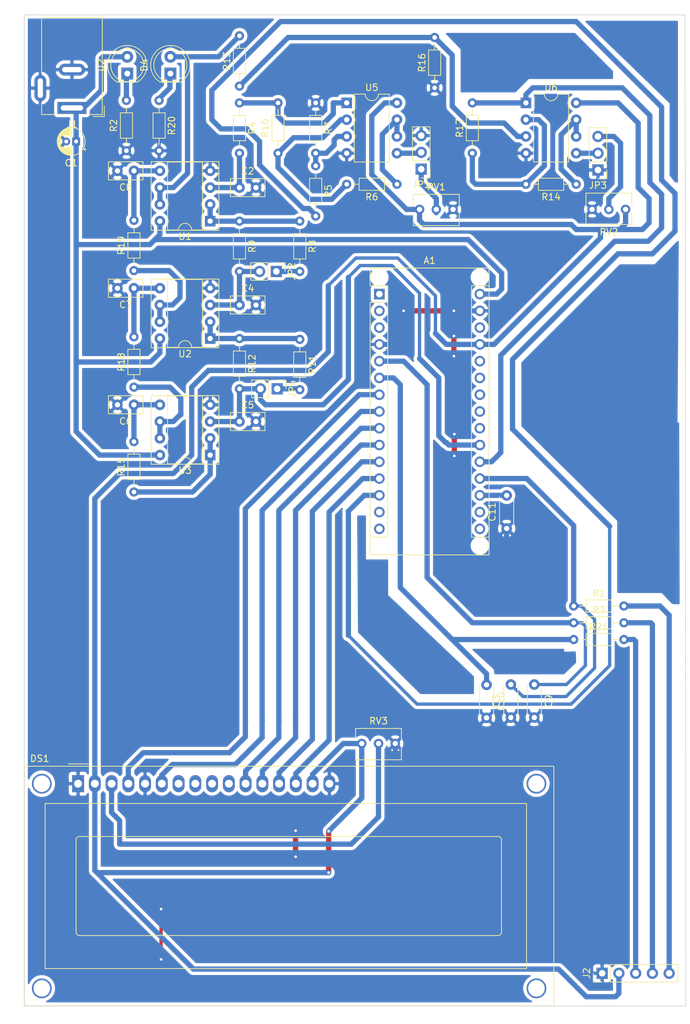
<source format=kicad_pcb>
(kicad_pcb (version 20171130) (host pcbnew "(5.1.12)-1")
  (layers (0 F.Cu signal) (31 B.Cu signal) (34 B.Paste user hide) (35 F.Paste user hide) (36 B.SilkS user hide) (37 F.SilkS user hide) (38 B.Mask user hide) (39 F.Mask user hide) (44 Edge.Cuts user))
  (net 0 "")
  (net 1 ADC1)
  (net 2 GND)
  (net 3 ADC2)
  (net 4 Accion_de_control)
  (net 5 +5V)
  (net 6 "Net-(C2-Pad1)")
  (net 7 "Net-(C4-Pad1)")
  (net 8 "Net-(C6-Pad1)")
  (net 9 "Net-(C7-Pad1)")
  (net 10 "Net-(C8-Pad1)")
  (net 11 +12V)
  (net 12 "Net-(D2-Pad1)")
  (net 13 "Net-(D4-Pad1)")
  (net 14 OUT_P)
  (net 15 "Net-(DS1-Pad3)")
  (net 16 "Net-(JP1-Pad1)")
  (net 17 "Net-(JP1-Pad2)")
  (net 18 "Net-(JP2-Pad1)")
  (net 19 "Net-(JP3-Pad2)")
  (net 20 "Net-(JP4-Pad1)")
  (net 21 IN_P)
  (net 22 "Net-(R5-Pad1)")
  (net 23 "Net-(R6-Pad1)")
  (net 24 "Net-(R10-Pad1)")
  (net 25 "Net-(R8-Pad1)")
  (net 26 "Net-(R11-Pad1)")
  (net 27 "Net-(R13-Pad1)")
  (net 28 "Net-(R14-Pad2)")
  (net 29 "Net-(R14-Pad1)")
  (net 30 "Net-(R15-Pad1)")
  (net 31 "Net-(R18-Pad1)")
  (net 32 "Net-(R19-Pad1)")
  (net 33 CLK)
  (net 34 DT)
  (net 35 D4)
  (net 36 D5)
  (net 37 D6)
  (net 38 D7)
  (net 39 RS)
  (net 40 E)
  (net 41 SWT)
  (net 42 "Net-(JP3-Pad3)")
  (net 43 "Net-(J2-Pad5)")
  (net 44 "Net-(J2-Pad4)")
  (net 45 "Net-(J2-Pad3)")
  (net 46 "Net-(A1-Pad18)")
  (module Capacitor_THT:C_Disc_D4.3mm_W1.9mm_P5.00mm (layer F.Cu) (at 114.681 114.3635 90)
    (fp_text reference C11 (at 2.5 -2.2 90) (layer F.SilkS))
    (fp_text value C)
    (pad 2 thru_hole circle (at 5 0 90) (size 1.6 1.6) (drill 0.8) (layers *.Cu *.Mask) (net 46 "Net-(A1-Pad18)"))
    (pad 1 thru_hole circle (at 0 0 90) (size 1.6 1.6) (drill 0.8) (layers *.Cu *.Mask) (net 2 GND))
  )
  (module Capacitor_THT:C_Disc_D4.3mm_W1.9mm_P5.00mm (layer F.Cu) (at 111.633 138.049 270)
    (fp_text reference C10 (at 2.5 -2.2 90) (layer F.SilkS))
    (fp_text value C)
    (pad 2 thru_hole circle (at 5 0 270) (size 1.6 1.6) (drill 0.8) (layers *.Cu *.Mask) (net 2 GND))
    (pad 1 thru_hole circle (at 0 0 270) (size 1.6 1.6) (drill 0.8) (layers *.Cu *.Mask) (net 41 SWT))
  )
  (module Capacitor_THT:C_Disc_D4.3mm_W1.9mm_P5.00mm (layer F.Cu) (at 118.872 138.002 270)
    (fp_text reference C9 (at 2.5 -2.2 90) (layer F.SilkS))
    (fp_text value C)
    (pad 2 thru_hole circle (at 5 0 270) (size 1.6 1.6) (drill 0.8) (layers *.Cu *.Mask) (net 2 GND))
    (pad 1 thru_hole circle (at 0 0 270) (size 1.6 1.6) (drill 0.8) (layers *.Cu *.Mask) (net 34 DT))
  )
  (module Capacitor_THT:C_Disc_D4.3mm_W1.9mm_P5.00mm (layer F.Cu) (at 115.316 143.002 90)
    (fp_text reference C3 (at 2.5 -2.2 90) (layer F.SilkS))
    (fp_text value C)
    (pad 2 thru_hole circle (at 5 0 90) (size 1.6 1.6) (drill 0.8) (layers *.Cu *.Mask) (net 33 CLK))
    (pad 1 thru_hole circle (at 0 0 90) (size 1.6 1.6) (drill 0.8) (layers *.Cu *.Mask) (net 2 GND))
  )
  (module LED_THT:LED_D5.0mm_Clear (layer F.Cu) (at 63.6905 45.466 90)
    (fp_text reference D4 (at 1.27 -3.96 90) (layer F.SilkS))
    (fp_text value LED)
    (pad 1 thru_hole rect (at 0 0 90) (size 1.8 1.8) (drill 0.9) (layers *.Cu *.Mask) (net 13 "Net-(D4-Pad1)"))
    (pad 2 thru_hole circle (at 2.54 0 90) (size 1.8 1.8) (drill 0.9) (layers *.Cu *.Mask) (net 14 OUT_P))
  )
  (module Display:WC1602A (layer F.Cu) (at 49.6951 153.0223)
    (fp_text reference DS1 (at -5.82 -3.81) (layer F.SilkS))
    (fp_text value Display)
    (pad 1 thru_hole rect (at 0 0) (size 1.8 2.6) (drill 1.2) (layers *.Cu *.Mask) (net 2 GND))
    (pad 2 thru_hole oval (at 2.54 0) (size 1.8 2.6) (drill 1.2) (layers *.Cu *.Mask) (net 5 +5V))
    (pad 3 thru_hole oval (at 5.08 0) (size 1.8 2.6) (drill 1.2) (layers *.Cu *.Mask) (net 15 "Net-(DS1-Pad3)"))
    (pad 4 thru_hole oval (at 7.62 0) (size 1.8 2.6) (drill 1.2) (layers *.Cu *.Mask) (net 39 RS))
    (pad 5 thru_hole oval (at 10.16 0) (size 1.8 2.6) (drill 1.2) (layers *.Cu *.Mask) (net 2 GND))
    (pad 6 thru_hole oval (at 12.7 0) (size 1.8 2.6) (drill 1.2) (layers *.Cu *.Mask) (net 40 E))
    (pad 7 thru_hole oval (at 15.24 0) (size 1.8 2.6) (drill 1.2) (layers *.Cu *.Mask))
    (pad 8 thru_hole oval (at 17.78 0) (size 1.8 2.6) (drill 1.2) (layers *.Cu *.Mask))
    (pad 9 thru_hole oval (at 20.32 0) (size 1.8 2.6) (drill 1.2) (layers *.Cu *.Mask))
    (pad 10 thru_hole oval (at 22.86 0) (size 1.8 2.6) (drill 1.2) (layers *.Cu *.Mask))
    (pad 11 thru_hole oval (at 25.4 0) (size 1.8 2.6) (drill 1.2) (layers *.Cu *.Mask) (net 35 D4))
    (pad 12 thru_hole oval (at 27.94 0) (size 1.8 2.6) (drill 1.2) (layers *.Cu *.Mask) (net 36 D5))
    (pad 13 thru_hole oval (at 30.48 0) (size 1.8 2.6) (drill 1.2) (layers *.Cu *.Mask) (net 37 D6))
    (pad 14 thru_hole oval (at 33.02 0) (size 1.8 2.6) (drill 1.2) (layers *.Cu *.Mask) (net 38 D7))
    (pad 15 thru_hole oval (at 35.56 0) (size 1.8 2.6) (drill 1.2) (layers *.Cu *.Mask) (net 5 +5V))
    (pad 16 thru_hole oval (at 38.1 0) (size 1.8 2.6) (drill 1.2) (layers *.Cu *.Mask) (net 2 GND))
    (pad "" thru_hole circle (at -5.4991 0) (size 3 3) (drill 2.5) (layers *.Cu *.Mask))
    (pad "" thru_hole circle (at -5.4991 31.0007) (size 3 3) (drill 2.5) (layers *.Cu *.Mask))
    (pad "" thru_hole circle (at 69.49948 31.0007) (size 3 3) (drill 2.5) (layers *.Cu *.Mask))
    (pad "" thru_hole circle (at 69.5 0) (size 3 3) (drill 2.5) (layers *.Cu *.Mask))
  )
  (module Resistor_THT:R_Axial_DIN0204_L3.6mm_D1.6mm_P7.62mm_Horizontal (layer F.Cu) (at 103.759 47.625 90)
    (fp_text reference R16 (at 3.81 -1.92 90) (layer F.SilkS))
    (fp_text value 1K)
    (pad 2 thru_hole oval (at 7.62 0 90) (size 1.4 1.4) (drill 0.7) (layers *.Cu *.Mask) (net 27 "Net-(R13-Pad1)"))
    (pad 1 thru_hole circle (at 0 0 90) (size 1.4 1.4) (drill 0.7) (layers *.Cu *.Mask) (net 2 GND))
  )
  (module Resistor_THT:R_Axial_DIN0204_L3.6mm_D1.6mm_P7.62mm_Horizontal (layer F.Cu) (at 74.168 47.371 90)
    (fp_text reference R13 (at 3.81 -1.92 90) (layer F.SilkS))
    (fp_text value 1K)
    (pad 2 thru_hole oval (at 7.62 0 90) (size 1.4 1.4) (drill 0.7) (layers *.Cu *.Mask) (net 14 OUT_P))
    (pad 1 thru_hole circle (at 0 0 90) (size 1.4 1.4) (drill 0.7) (layers *.Cu *.Mask) (net 27 "Net-(R13-Pad1)"))
  )
  (module Package_DIP:DIP-8_W7.62mm_Socket (layer F.Cu) (at 69.723 85.598 180)
    (fp_text reference U2 (at 3.81 -2.33) (layer F.SilkS))
    (fp_text value TL082)
    (pad 1 thru_hole rect (at 0 0 180) (size 1.6 1.6) (drill 0.8) (layers *.Cu *.Mask) (net 26 "Net-(R11-Pad1)"))
    (pad 5 thru_hole oval (at 7.62 7.62 180) (size 1.6 1.6) (drill 0.8) (layers *.Cu *.Mask) (net 9 "Net-(C7-Pad1)"))
    (pad 2 thru_hole oval (at 0 2.54 180) (size 1.6 1.6) (drill 0.8) (layers *.Cu *.Mask) (net 26 "Net-(R11-Pad1)"))
    (pad 6 thru_hole oval (at 7.62 5.08 180) (size 1.6 1.6) (drill 0.8) (layers *.Cu *.Mask) (net 32 "Net-(R19-Pad1)"))
    (pad 3 thru_hole oval (at 0 5.08 180) (size 1.6 1.6) (drill 0.8) (layers *.Cu *.Mask) (net 7 "Net-(C4-Pad1)"))
    (pad 7 thru_hole oval (at 7.62 2.54 180) (size 1.6 1.6) (drill 0.8) (layers *.Cu *.Mask) (net 32 "Net-(R19-Pad1)"))
    (pad 4 thru_hole oval (at 0 7.62 180) (size 1.6 1.6) (drill 0.8) (layers *.Cu *.Mask) (net 2 GND))
    (pad 8 thru_hole oval (at 7.62 0 180) (size 1.6 1.6) (drill 0.8) (layers *.Cu *.Mask) (net 11 +12V))
  )
  (module Connector_PinHeader_2.54mm:PinHeader_1x05_P2.54mm_Vertical (layer F.Cu) (at 129.159 181.737 90)
    (fp_text reference J2 (at 0 -2.33 90) (layer F.SilkS))
    (fp_text value Conn_01x05_Female)
    (pad 5 thru_hole oval (at 0 10.16 90) (size 1.7 1.7) (drill 1) (layers *.Cu *.Mask) (net 43 "Net-(J2-Pad5)"))
    (pad 4 thru_hole oval (at 0 7.62 90) (size 1.7 1.7) (drill 1) (layers *.Cu *.Mask) (net 44 "Net-(J2-Pad4)"))
    (pad 3 thru_hole oval (at 0 5.08 90) (size 1.7 1.7) (drill 1) (layers *.Cu *.Mask) (net 45 "Net-(J2-Pad3)"))
    (pad 2 thru_hole oval (at 0 2.54 90) (size 1.7 1.7) (drill 1) (layers *.Cu *.Mask) (net 5 +5V))
    (pad 1 thru_hole rect (at 0 0 90) (size 1.7 1.7) (drill 1) (layers *.Cu *.Mask) (net 2 GND))
  )
  (module Connector_PinHeader_2.54mm:PinHeader_1x02_P2.54mm_Vertical (layer F.Cu) (at 79.883 93.218 270)
    (fp_text reference JP4 (at 0 -2.33 90) (layer F.SilkS))
    (fp_text value Jumper)
    (pad 2 thru_hole oval (at 0 2.54 270) (size 1.7 1.7) (drill 1) (layers *.Cu *.Mask) (net 3 ADC2))
    (pad 1 thru_hole rect (at 0 0 270) (size 1.7 1.7) (drill 1) (layers *.Cu *.Mask) (net 20 "Net-(JP4-Pad1)"))
  )
  (module Connector_PinHeader_2.54mm:PinHeader_1x03_P2.54mm_Vertical (layer F.Cu) (at 128.524 60.071 180)
    (fp_text reference JP3 (at 0 -2.33) (layer F.SilkS))
    (fp_text value "Ruido a la salida")
    (pad 3 thru_hole oval (at 0 5.08 180) (size 1.7 1.7) (drill 1) (layers *.Cu *.Mask) (net 42 "Net-(JP3-Pad3)"))
    (pad 2 thru_hole oval (at 0 2.54 180) (size 1.7 1.7) (drill 1) (layers *.Cu *.Mask) (net 19 "Net-(JP3-Pad2)"))
    (pad 1 thru_hole rect (at 0 0 180) (size 1.7 1.7) (drill 1) (layers *.Cu *.Mask) (net 2 GND))
  )
  (module Connector_PinHeader_2.54mm:PinHeader_1x02_P2.54mm_Vertical (layer F.Cu) (at 79.756 75.438 270)
    (fp_text reference JP2 (at 0 -2.33 90) (layer F.SilkS))
    (fp_text value Jumper)
    (pad 2 thru_hole oval (at 0 2.54 270) (size 1.7 1.7) (drill 1) (layers *.Cu *.Mask) (net 7 "Net-(C4-Pad1)"))
    (pad 1 thru_hole rect (at 0 0 270) (size 1.7 1.7) (drill 1) (layers *.Cu *.Mask) (net 18 "Net-(JP2-Pad1)"))
  )
  (module Connector_PinHeader_2.54mm:PinHeader_1x03_P2.54mm_Vertical (layer F.Cu) (at 101.727 59.944 180)
    (fp_text reference JP1 (at 0 -2.33) (layer F.SilkS))
    (fp_text value "Ruido de entrada")
    (pad 3 thru_hole oval (at 0 5.08 180) (size 1.7 1.7) (drill 1) (layers *.Cu *.Mask) (net 2 GND))
    (pad 2 thru_hole oval (at 0 2.54 180) (size 1.7 1.7) (drill 1) (layers *.Cu *.Mask) (net 17 "Net-(JP1-Pad2)"))
    (pad 1 thru_hole rect (at 0 0 180) (size 1.7 1.7) (drill 1) (layers *.Cu *.Mask) (net 16 "Net-(JP1-Pad1)"))
  )
  (module Connector_BarrelJack:BarrelJack_Wuerth_6941xx301002 (layer F.Cu) (at 48.768 50.673 180)
    (fp_text reference J1 (at 0 -2.5) (layer F.SilkS))
    (fp_text value Barrel_Jack_Switch_Pin3Ring)
    (pad 3 thru_hole oval (at 4.8 3 270) (size 4 1.8) (drill oval 3 0.8) (layers *.Cu *.Mask) (net 2 GND))
    (pad 2 thru_hole oval (at 0 5.8 180) (size 4 1.8) (drill oval 3 0.8) (layers *.Cu *.Mask) (net 2 GND))
    (pad 1 thru_hole rect (at 0 0 180) (size 4.4 1.8) (drill oval 3.4 0.8) (layers *.Cu *.Mask) (net 11 +12V))
  )
  (module Capacitor_THT:CP_Radial_D4.0mm_P1.50mm (layer F.Cu) (at 49.403 55.753 180)
    (fp_text reference C1 (at 0.75 -3.25) (layer F.SilkS))
    (fp_text value 10uF)
    (pad 2 thru_hole circle (at 1.5 0 180) (size 1.2 1.2) (drill 0.6) (layers *.Cu *.Mask) (net 2 GND))
    (pad 1 thru_hole rect (at 0 0 180) (size 1.2 1.2) (drill 0.6) (layers *.Cu *.Mask) (net 11 +12V))
  )
  (module Module:Arduino_Nano_WithMountingHoles (layer F.Cu) (at 95.377 78.867)
    (fp_text reference A1 (at 7.62 -5.08) (layer F.SilkS))
    (fp_text value Arduino_Nano_v3.x)
    (pad 1 thru_hole rect (at 0 0) (size 1.6 1.6) (drill 1) (layers *.Cu *.Mask))
    (pad 17 thru_hole oval (at 15.24 33.02) (size 1.6 1.6) (drill 1) (layers *.Cu *.Mask))
    (pad 2 thru_hole oval (at 0 2.54) (size 1.6 1.6) (drill 1) (layers *.Cu *.Mask))
    (pad 18 thru_hole oval (at 15.24 30.48) (size 1.6 1.6) (drill 1) (layers *.Cu *.Mask) (net 46 "Net-(A1-Pad18)"))
    (pad 3 thru_hole oval (at 0 5.08) (size 1.6 1.6) (drill 1) (layers *.Cu *.Mask))
    (pad 19 thru_hole oval (at 15.24 27.94) (size 1.6 1.6) (drill 1) (layers *.Cu *.Mask) (net 33 CLK))
    (pad 4 thru_hole oval (at 0 7.62) (size 1.6 1.6) (drill 1) (layers *.Cu *.Mask) (net 2 GND))
    (pad 20 thru_hole oval (at 15.24 25.4) (size 1.6 1.6) (drill 1) (layers *.Cu *.Mask) (net 1 ADC1))
    (pad 5 thru_hole oval (at 0 10.16) (size 1.6 1.6) (drill 1) (layers *.Cu *.Mask) (net 34 DT))
    (pad 21 thru_hole oval (at 15.24 22.86) (size 1.6 1.6) (drill 1) (layers *.Cu *.Mask) (net 3 ADC2))
    (pad 6 thru_hole oval (at 0 12.7) (size 1.6 1.6) (drill 1) (layers *.Cu *.Mask) (net 41 SWT))
    (pad 22 thru_hole oval (at 15.24 20.32) (size 1.6 1.6) (drill 1) (layers *.Cu *.Mask))
    (pad 7 thru_hole oval (at 0 15.24) (size 1.6 1.6) (drill 1) (layers *.Cu *.Mask) (net 39 RS))
    (pad 23 thru_hole oval (at 15.24 17.78) (size 1.6 1.6) (drill 1) (layers *.Cu *.Mask))
    (pad 8 thru_hole oval (at 0 17.78) (size 1.6 1.6) (drill 1) (layers *.Cu *.Mask) (net 40 E))
    (pad 24 thru_hole oval (at 15.24 15.24) (size 1.6 1.6) (drill 1) (layers *.Cu *.Mask))
    (pad 9 thru_hole oval (at 0 20.32) (size 1.6 1.6) (drill 1) (layers *.Cu *.Mask) (net 35 D4))
    (pad 25 thru_hole oval (at 15.24 12.7) (size 1.6 1.6) (drill 1) (layers *.Cu *.Mask))
    (pad 10 thru_hole oval (at 0 22.86) (size 1.6 1.6) (drill 1) (layers *.Cu *.Mask) (net 36 D5))
    (pad 26 thru_hole oval (at 15.24 10.16) (size 1.6 1.6) (drill 1) (layers *.Cu *.Mask))
    (pad 11 thru_hole oval (at 0 25.4) (size 1.6 1.6) (drill 1) (layers *.Cu *.Mask) (net 37 D6))
    (pad 27 thru_hole oval (at 15.24 7.62) (size 1.6 1.6) (drill 1) (layers *.Cu *.Mask) (net 5 +5V))
    (pad 12 thru_hole oval (at 0 27.94) (size 1.6 1.6) (drill 1) (layers *.Cu *.Mask) (net 38 D7))
    (pad 28 thru_hole oval (at 15.24 5.08) (size 1.6 1.6) (drill 1) (layers *.Cu *.Mask))
    (pad 13 thru_hole oval (at 0 30.48) (size 1.6 1.6) (drill 1) (layers *.Cu *.Mask) (net 4 Accion_de_control))
    (pad 29 thru_hole oval (at 15.24 2.54) (size 1.6 1.6) (drill 1) (layers *.Cu *.Mask) (net 2 GND))
    (pad 14 thru_hole oval (at 0 33.02) (size 1.6 1.6) (drill 1) (layers *.Cu *.Mask))
    (pad 30 thru_hole oval (at 15.24 0) (size 1.6 1.6) (drill 1) (layers *.Cu *.Mask) (net 11 +12V))
    (pad 15 thru_hole oval (at 0 35.56) (size 1.6 1.6) (drill 1) (layers *.Cu *.Mask))
    (pad 16 thru_hole oval (at 15.24 35.56) (size 1.6 1.6) (drill 1) (layers *.Cu *.Mask))
    (pad "" np_thru_hole circle (at 0 -2.54) (size 1.78 1.78) (drill 1.78) (layers *.Cu *.Mask))
    (pad "" np_thru_hole circle (at 15.24 -2.54) (size 1.78 1.78) (drill 1.78) (layers *.Cu *.Mask))
    (pad "" np_thru_hole circle (at 15.24 38.1) (size 1.78 1.78) (drill 1.78) (layers *.Cu *.Mask))
    (pad "" np_thru_hole circle (at 0 38.1) (size 1.78 1.78) (drill 1.78) (layers *.Cu *.Mask))
  )
  (module Capacitor_THT:C_Disc_D5.0mm_W2.5mm_P2.50mm (layer F.Cu) (at 74.168 62.738)
    (fp_text reference C2 (at 1.25 -2.5) (layer F.SilkS))
    (fp_text value 100n)
    (pad 1 thru_hole circle (at 0 0) (size 1.6 1.6) (drill 0.8) (layers *.Cu *.Mask) (net 6 "Net-(C2-Pad1)"))
    (pad 2 thru_hole circle (at 2.5 0) (size 1.6 1.6) (drill 0.8) (layers *.Cu *.Mask) (net 2 GND))
  )
  (module Capacitor_THT:C_Disc_D5.0mm_W2.5mm_P2.50mm (layer F.Cu) (at 74.168 80.518)
    (fp_text reference C4 (at 1.25 -2.5) (layer F.SilkS))
    (fp_text value 100n)
    (pad 2 thru_hole circle (at 2.5 0) (size 1.6 1.6) (drill 0.8) (layers *.Cu *.Mask) (net 2 GND))
    (pad 1 thru_hole circle (at 0 0) (size 1.6 1.6) (drill 0.8) (layers *.Cu *.Mask) (net 7 "Net-(C4-Pad1)"))
  )
  (module Capacitor_THT:C_Disc_D5.0mm_W2.5mm_P2.50mm (layer F.Cu) (at 74.168 98.171)
    (fp_text reference C5 (at 1.25 -2.5) (layer F.SilkS))
    (fp_text value 100n)
    (pad 1 thru_hole circle (at 0 0) (size 1.6 1.6) (drill 0.8) (layers *.Cu *.Mask) (net 3 ADC2))
    (pad 2 thru_hole circle (at 2.5 0) (size 1.6 1.6) (drill 0.8) (layers *.Cu *.Mask) (net 2 GND))
  )
  (module Capacitor_THT:C_Disc_D5.0mm_W2.5mm_P2.50mm (layer F.Cu) (at 58.166 95.631 180)
    (fp_text reference C6 (at 1.25 -2.5) (layer F.SilkS))
    (fp_text value 100n)
    (pad 2 thru_hole circle (at 2.5 0 180) (size 1.6 1.6) (drill 0.8) (layers *.Cu *.Mask) (net 2 GND))
    (pad 1 thru_hole circle (at 0 0 180) (size 1.6 1.6) (drill 0.8) (layers *.Cu *.Mask) (net 8 "Net-(C6-Pad1)"))
  )
  (module Capacitor_THT:C_Disc_D5.0mm_W2.5mm_P2.50mm (layer F.Cu) (at 58.166 77.978 180)
    (fp_text reference C7 (at 1.25 -2.5) (layer F.SilkS))
    (fp_text value 100n)
    (pad 1 thru_hole circle (at 0 0 180) (size 1.6 1.6) (drill 0.8) (layers *.Cu *.Mask) (net 9 "Net-(C7-Pad1)"))
    (pad 2 thru_hole circle (at 2.5 0 180) (size 1.6 1.6) (drill 0.8) (layers *.Cu *.Mask) (net 2 GND))
  )
  (module Capacitor_THT:C_Disc_D5.0mm_W2.5mm_P2.50mm (layer F.Cu) (at 58.166 60.198 180)
    (fp_text reference C8 (at 1.25 -2.5) (layer F.SilkS))
    (fp_text value 100n)
    (pad 2 thru_hole circle (at 2.5 0 180) (size 1.6 1.6) (drill 0.8) (layers *.Cu *.Mask) (net 2 GND))
    (pad 1 thru_hole circle (at 0 0 180) (size 1.6 1.6) (drill 0.8) (layers *.Cu *.Mask) (net 10 "Net-(C8-Pad1)"))
  )
  (module LED_THT:LED_D5.0mm_Clear (layer F.Cu) (at 57.15 45.466 90)
    (fp_text reference D2 (at 1.27 -3.96 90) (layer F.SilkS))
    (fp_text value LED)
    (pad 2 thru_hole circle (at 2.54 0 90) (size 1.8 1.8) (drill 0.9) (layers *.Cu *.Mask) (net 11 +12V))
    (pad 1 thru_hole rect (at 0 0 90) (size 1.8 1.8) (drill 0.9) (layers *.Cu *.Mask) (net 12 "Net-(D2-Pad1)"))
  )
  (module Resistor_THT:R_Axial_DIN0204_L3.6mm_D1.6mm_P7.62mm_Horizontal (layer F.Cu) (at 57.023 57.15 90)
    (fp_text reference R2 (at 3.81 -1.92 90) (layer F.SilkS))
    (fp_text value 680)
    (pad 2 thru_hole oval (at 7.62 0 90) (size 1.4 1.4) (drill 0.7) (layers *.Cu *.Mask) (net 12 "Net-(D2-Pad1)"))
    (pad 1 thru_hole circle (at 0 0 90) (size 1.4 1.4) (drill 0.7) (layers *.Cu *.Mask) (net 2 GND))
  )
  (module Resistor_THT:R_Axial_DIN0204_L3.6mm_D1.6mm_P7.62mm_Horizontal (layer F.Cu) (at 74.168 49.911 270)
    (fp_text reference R4 (at 3.81 -1.92 90) (layer F.SilkS))
    (fp_text value 1M)
    (pad 1 thru_hole circle (at 0 0 270) (size 1.4 1.4) (drill 0.7) (layers *.Cu *.Mask) (net 21 IN_P))
    (pad 2 thru_hole oval (at 7.62 0 270) (size 1.4 1.4) (drill 0.7) (layers *.Cu *.Mask) (net 6 "Net-(C2-Pad1)"))
  )
  (module Resistor_THT:R_Axial_DIN0204_L3.6mm_D1.6mm_P7.62mm_Horizontal (layer F.Cu) (at 85.725 59.436 270)
    (fp_text reference R5 (at 3.81 -1.92 90) (layer F.SilkS))
    (fp_text value 1K)
    (pad 1 thru_hole circle (at 0 0 270) (size 1.4 1.4) (drill 0.7) (layers *.Cu *.Mask) (net 22 "Net-(R5-Pad1)"))
    (pad 2 thru_hole oval (at 7.62 0 270) (size 1.4 1.4) (drill 0.7) (layers *.Cu *.Mask) (net 4 Accion_de_control))
  )
  (module Resistor_THT:R_Axial_DIN0204_L3.6mm_D1.6mm_P7.62mm_Horizontal (layer F.Cu) (at 98.044 62.23 180)
    (fp_text reference R6 (at 3.81 -1.92) (layer F.SilkS))
    (fp_text value 1K)
    (pad 1 thru_hole circle (at 0 0 180) (size 1.4 1.4) (drill 0.7) (layers *.Cu *.Mask) (net 23 "Net-(R6-Pad1)"))
    (pad 2 thru_hole oval (at 7.62 0 180) (size 1.4 1.4) (drill 0.7) (layers *.Cu *.Mask) (net 24 "Net-(R10-Pad1)"))
  )
  (module Resistor_THT:R_Axial_DIN0204_L3.6mm_D1.6mm_P7.62mm_Horizontal (layer F.Cu) (at 85.725 49.911 270)
    (fp_text reference R7 (at 3.81 -1.92 90) (layer F.SilkS))
    (fp_text value 1K)
    (pad 2 thru_hole oval (at 7.62 0 270) (size 1.4 1.4) (drill 0.7) (layers *.Cu *.Mask) (net 22 "Net-(R5-Pad1)"))
    (pad 1 thru_hole circle (at 0 0 270) (size 1.4 1.4) (drill 0.7) (layers *.Cu *.Mask) (net 2 GND))
  )
  (module Resistor_THT:R_Axial_DIN0204_L3.6mm_D1.6mm_P7.62mm_Horizontal (layer F.Cu) (at 83.312 67.818 270)
    (fp_text reference R8 (at 3.81 -1.92 90) (layer F.SilkS))
    (fp_text value 10K)
    (pad 2 thru_hole oval (at 7.62 0 270) (size 1.4 1.4) (drill 0.7) (layers *.Cu *.Mask) (net 18 "Net-(JP2-Pad1)"))
    (pad 1 thru_hole circle (at 0 0 270) (size 1.4 1.4) (drill 0.7) (layers *.Cu *.Mask) (net 25 "Net-(R8-Pad1)"))
  )
  (module Resistor_THT:R_Axial_DIN0204_L3.6mm_D1.6mm_P7.62mm_Horizontal (layer F.Cu) (at 74.168 67.818 270)
    (fp_text reference R9 (at 3.81 -1.92 90) (layer F.SilkS))
    (fp_text value 1M)
    (pad 1 thru_hole circle (at 0 0 270) (size 1.4 1.4) (drill 0.7) (layers *.Cu *.Mask) (net 25 "Net-(R8-Pad1)"))
    (pad 2 thru_hole oval (at 7.62 0 270) (size 1.4 1.4) (drill 0.7) (layers *.Cu *.Mask) (net 7 "Net-(C4-Pad1)"))
  )
  (module Resistor_THT:R_Axial_DIN0204_L3.6mm_D1.6mm_P7.62mm_Horizontal (layer F.Cu) (at 80.01 57.531 90)
    (fp_text reference R10 (at 3.81 -1.92 90) (layer F.SilkS))
    (fp_text value 1K)
    (pad 2 thru_hole oval (at 7.62 0 90) (size 1.4 1.4) (drill 0.7) (layers *.Cu *.Mask) (net 21 IN_P))
    (pad 1 thru_hole circle (at 0 0 90) (size 1.4 1.4) (drill 0.7) (layers *.Cu *.Mask) (net 24 "Net-(R10-Pad1)"))
  )
  (module Resistor_THT:R_Axial_DIN0204_L3.6mm_D1.6mm_P7.62mm_Horizontal (layer F.Cu) (at 83.312 85.725 270)
    (fp_text reference R11 (at 3.81 -1.92 90) (layer F.SilkS))
    (fp_text value 100K)
    (pad 1 thru_hole circle (at 0 0 270) (size 1.4 1.4) (drill 0.7) (layers *.Cu *.Mask) (net 26 "Net-(R11-Pad1)"))
    (pad 2 thru_hole oval (at 7.62 0 270) (size 1.4 1.4) (drill 0.7) (layers *.Cu *.Mask) (net 20 "Net-(JP4-Pad1)"))
  )
  (module Resistor_THT:R_Axial_DIN0204_L3.6mm_D1.6mm_P7.62mm_Horizontal (layer F.Cu) (at 74.168 85.598 270)
    (fp_text reference R12 (at 3.81 -1.92 90) (layer F.SilkS))
    (fp_text value 1M)
    (pad 2 thru_hole oval (at 7.62 0 270) (size 1.4 1.4) (drill 0.7) (layers *.Cu *.Mask) (net 3 ADC2))
    (pad 1 thru_hole circle (at 0 0 270) (size 1.4 1.4) (drill 0.7) (layers *.Cu *.Mask) (net 26 "Net-(R11-Pad1)"))
  )
  (module Potentiometer_THT:Potentiometer_Bourns_3266Y_Vertical (layer F.Cu) (at 106.553 66.04)
    (fp_text reference RV1 (at -2.54 -3.41) (layer F.SilkS))
    (fp_text value 10K)
    (pad 1 thru_hole circle (at 0 0) (size 1.44 1.44) (drill 0.8) (layers *.Cu *.Mask) (net 2 GND))
    (pad 2 thru_hole circle (at -2.54 0) (size 1.44 1.44) (drill 0.8) (layers *.Cu *.Mask) (net 16 "Net-(JP1-Pad1)"))
    (pad 3 thru_hole circle (at -5.08 0) (size 1.44 1.44) (drill 0.8) (layers *.Cu *.Mask) (net 5 +5V))
  )
  (module Potentiometer_THT:Potentiometer_Bourns_3266Y_Vertical (layer F.Cu) (at 127.635 66.04 180)
    (fp_text reference RV2 (at -2.54 -3.41) (layer F.SilkS))
    (fp_text value 10K)
    (pad 1 thru_hole circle (at 0 0 180) (size 1.44 1.44) (drill 0.8) (layers *.Cu *.Mask) (net 2 GND))
    (pad 2 thru_hole circle (at -2.54 0 180) (size 1.44 1.44) (drill 0.8) (layers *.Cu *.Mask) (net 42 "Net-(JP3-Pad3)"))
    (pad 3 thru_hole circle (at -5.08 0 180) (size 1.44 1.44) (drill 0.8) (layers *.Cu *.Mask) (net 5 +5V))
  )
  (module Package_DIP:DIP-8_W7.62mm_Socket (layer F.Cu) (at 69.723 67.818 180)
    (fp_text reference U1 (at 3.81 -2.33) (layer F.SilkS))
    (fp_text value TL082)
    (pad 8 thru_hole oval (at 7.62 0 180) (size 1.6 1.6) (drill 0.8) (layers *.Cu *.Mask) (net 11 +12V))
    (pad 4 thru_hole oval (at 0 7.62 180) (size 1.6 1.6) (drill 0.8) (layers *.Cu *.Mask) (net 2 GND))
    (pad 7 thru_hole oval (at 7.62 2.54 180) (size 1.6 1.6) (drill 0.8) (layers *.Cu *.Mask) (net 14 OUT_P))
    (pad 3 thru_hole oval (at 0 5.08 180) (size 1.6 1.6) (drill 0.8) (layers *.Cu *.Mask) (net 6 "Net-(C2-Pad1)"))
    (pad 6 thru_hole oval (at 7.62 5.08 180) (size 1.6 1.6) (drill 0.8) (layers *.Cu *.Mask) (net 14 OUT_P))
    (pad 2 thru_hole oval (at 0 2.54 180) (size 1.6 1.6) (drill 0.8) (layers *.Cu *.Mask) (net 25 "Net-(R8-Pad1)"))
    (pad 5 thru_hole oval (at 7.62 7.62 180) (size 1.6 1.6) (drill 0.8) (layers *.Cu *.Mask) (net 10 "Net-(C8-Pad1)"))
    (pad 1 thru_hole rect (at 0 0 180) (size 1.6 1.6) (drill 0.8) (layers *.Cu *.Mask) (net 25 "Net-(R8-Pad1)"))
  )
  (module Package_DIP:DIP-8_W7.62mm_Socket (layer F.Cu) (at 69.723 103.251 180)
    (fp_text reference U3 (at 3.81 -2.33) (layer F.SilkS))
    (fp_text value TL082)
    (pad 1 thru_hole rect (at 0 0 180) (size 1.6 1.6) (drill 0.8) (layers *.Cu *.Mask) (net 30 "Net-(R15-Pad1)"))
    (pad 5 thru_hole oval (at 7.62 7.62 180) (size 1.6 1.6) (drill 0.8) (layers *.Cu *.Mask) (net 8 "Net-(C6-Pad1)"))
    (pad 2 thru_hole oval (at 0 2.54 180) (size 1.6 1.6) (drill 0.8) (layers *.Cu *.Mask) (net 30 "Net-(R15-Pad1)"))
    (pad 6 thru_hole oval (at 7.62 5.08 180) (size 1.6 1.6) (drill 0.8) (layers *.Cu *.Mask) (net 31 "Net-(R18-Pad1)"))
    (pad 3 thru_hole oval (at 0 5.08 180) (size 1.6 1.6) (drill 0.8) (layers *.Cu *.Mask) (net 3 ADC2))
    (pad 7 thru_hole oval (at 7.62 2.54 180) (size 1.6 1.6) (drill 0.8) (layers *.Cu *.Mask) (net 31 "Net-(R18-Pad1)"))
    (pad 4 thru_hole oval (at 0 7.62 180) (size 1.6 1.6) (drill 0.8) (layers *.Cu *.Mask) (net 2 GND))
    (pad 8 thru_hole oval (at 7.62 0 180) (size 1.6 1.6) (drill 0.8) (layers *.Cu *.Mask) (net 11 +12V))
  )
  (module Potentiometer_THT:Potentiometer_Bourns_3266Y_Vertical (layer F.Cu) (at 97.79 146.939)
    (fp_text reference RV3 (at -2.54 -3.41) (layer F.SilkS))
    (fp_text value 10K)
    (pad 1 thru_hole circle (at 0 0) (size 1.44 1.44) (drill 0.8) (layers *.Cu *.Mask) (net 2 GND))
    (pad 2 thru_hole circle (at -2.54 0) (size 1.44 1.44) (drill 0.8) (layers *.Cu *.Mask) (net 15 "Net-(DS1-Pad3)"))
    (pad 3 thru_hole circle (at -5.08 0) (size 1.44 1.44) (drill 0.8) (layers *.Cu *.Mask) (net 5 +5V))
  )
  (module Resistor_THT:R_Axial_DIN0204_L3.6mm_D1.6mm_P7.62mm_Horizontal (layer F.Cu) (at 125.222 62.23 180)
    (fp_text reference R14 (at 3.81 -1.92) (layer F.SilkS))
    (fp_text value 1K)
    (pad 2 thru_hole oval (at 7.62 0 180) (size 1.4 1.4) (drill 0.7) (layers *.Cu *.Mask) (net 28 "Net-(R14-Pad2)"))
    (pad 1 thru_hole circle (at 0 0 180) (size 1.4 1.4) (drill 0.7) (layers *.Cu *.Mask) (net 29 "Net-(R14-Pad1)"))
  )
  (module Resistor_THT:R_Axial_DIN0204_L3.6mm_D1.6mm_P7.62mm_Horizontal (layer F.Cu) (at 58.166 108.839 90)
    (fp_text reference R15 (at 3.81 -1.92 90) (layer F.SilkS))
    (fp_text value 1M)
    (pad 1 thru_hole circle (at 0 0 90) (size 1.4 1.4) (drill 0.7) (layers *.Cu *.Mask) (net 30 "Net-(R15-Pad1)"))
    (pad 2 thru_hole oval (at 7.62 0 90) (size 1.4 1.4) (drill 0.7) (layers *.Cu *.Mask) (net 8 "Net-(C6-Pad1)"))
  )
  (module Resistor_THT:R_Axial_DIN0204_L3.6mm_D1.6mm_P7.62mm_Horizontal (layer F.Cu) (at 109.474 57.531 90)
    (fp_text reference R17 (at 3.81 -1.92 90) (layer F.SilkS))
    (fp_text value 1K)
    (pad 2 thru_hole oval (at 7.62 0 90) (size 1.4 1.4) (drill 0.7) (layers *.Cu *.Mask) (net 1 ADC1))
    (pad 1 thru_hole circle (at 0 0 90) (size 1.4 1.4) (drill 0.7) (layers *.Cu *.Mask) (net 28 "Net-(R14-Pad2)"))
  )
  (module Resistor_THT:R_Axial_DIN0204_L3.6mm_D1.6mm_P7.62mm_Horizontal (layer F.Cu) (at 58.166 92.964 90)
    (fp_text reference R18 (at 3.81 -1.92 90) (layer F.SilkS))
    (fp_text value 1M)
    (pad 1 thru_hole circle (at 0 0 90) (size 1.4 1.4) (drill 0.7) (layers *.Cu *.Mask) (net 31 "Net-(R18-Pad1)"))
    (pad 2 thru_hole oval (at 7.62 0 90) (size 1.4 1.4) (drill 0.7) (layers *.Cu *.Mask) (net 9 "Net-(C7-Pad1)"))
  )
  (module Resistor_THT:R_Axial_DIN0204_L3.6mm_D1.6mm_P7.62mm_Horizontal (layer F.Cu) (at 58.166 75.311 90)
    (fp_text reference R19 (at 3.81 -1.92 90) (layer F.SilkS))
    (fp_text value 1M)
    (pad 2 thru_hole oval (at 7.62 0 90) (size 1.4 1.4) (drill 0.7) (layers *.Cu *.Mask) (net 10 "Net-(C8-Pad1)"))
    (pad 1 thru_hole circle (at 0 0 90) (size 1.4 1.4) (drill 0.7) (layers *.Cu *.Mask) (net 32 "Net-(R19-Pad1)"))
  )
  (module Resistor_THT:R_Axial_DIN0204_L3.6mm_D1.6mm_P7.62mm_Horizontal (layer F.Cu) (at 61.976 49.53 270)
    (fp_text reference R20 (at 3.81 -1.92 90) (layer F.SilkS))
    (fp_text value 100)
    (pad 1 thru_hole circle (at 0 0 270) (size 1.4 1.4) (drill 0.7) (layers *.Cu *.Mask) (net 13 "Net-(D4-Pad1)"))
    (pad 2 thru_hole oval (at 7.62 0 270) (size 1.4 1.4) (drill 0.7) (layers *.Cu *.Mask) (net 2 GND))
  )
  (module Resistor_THT:R_Axial_DIN0204_L3.6mm_D1.6mm_P7.62mm_Horizontal (layer F.Cu) (at 124.841 126.111)
    (fp_text reference R1 (at 3.81 -1.92) (layer F.SilkS))
    (fp_text value R)
    (pad 1 thru_hole circle (at 0 0) (size 1.4 1.4) (drill 0.7) (layers *.Cu *.Mask) (net 33 CLK))
    (pad 2 thru_hole oval (at 7.62 0) (size 1.4 1.4) (drill 0.7) (layers *.Cu *.Mask) (net 43 "Net-(J2-Pad5)"))
  )
  (module Resistor_THT:R_Axial_DIN0204_L3.6mm_D1.6mm_P7.62mm_Horizontal (layer F.Cu) (at 124.841 128.651)
    (fp_text reference R3 (at 3.81 -1.92) (layer F.SilkS))
    (fp_text value R)
    (pad 2 thru_hole oval (at 7.62 0) (size 1.4 1.4) (drill 0.7) (layers *.Cu *.Mask) (net 44 "Net-(J2-Pad4)"))
    (pad 1 thru_hole circle (at 0 0) (size 1.4 1.4) (drill 0.7) (layers *.Cu *.Mask) (net 34 DT))
  )
  (module Resistor_THT:R_Axial_DIN0204_L3.6mm_D1.6mm_P7.62mm_Horizontal (layer F.Cu) (at 124.841 131.191)
    (fp_text reference R21 (at 3.81 -1.92) (layer F.SilkS))
    (fp_text value R)
    (pad 1 thru_hole circle (at 0 0) (size 1.4 1.4) (drill 0.7) (layers *.Cu *.Mask) (net 41 SWT))
    (pad 2 thru_hole oval (at 7.62 0) (size 1.4 1.4) (drill 0.7) (layers *.Cu *.Mask) (net 45 "Net-(J2-Pad3)"))
  )
  (module Package_DIP:DIP-8_W7.62mm (layer F.Cu) (at 90.424 49.911)
    (fp_text reference U5 (at 3.81 -2.33) (layer F.SilkS))
    (fp_text value TL082)
    (pad 1 thru_hole rect (at 0 0) (size 1.6 1.6) (drill 0.8) (layers *.Cu *.Mask) (net 21 IN_P))
    (pad 5 thru_hole oval (at 7.62 7.62) (size 1.6 1.6) (drill 0.8) (layers *.Cu *.Mask) (net 17 "Net-(JP1-Pad2)"))
    (pad 2 thru_hole oval (at 0 2.54) (size 1.6 1.6) (drill 0.8) (layers *.Cu *.Mask) (net 24 "Net-(R10-Pad1)"))
    (pad 6 thru_hole oval (at 7.62 5.08) (size 1.6 1.6) (drill 0.8) (layers *.Cu *.Mask) (net 23 "Net-(R6-Pad1)"))
    (pad 3 thru_hole oval (at 0 5.08) (size 1.6 1.6) (drill 0.8) (layers *.Cu *.Mask) (net 22 "Net-(R5-Pad1)"))
    (pad 7 thru_hole oval (at 7.62 2.54) (size 1.6 1.6) (drill 0.8) (layers *.Cu *.Mask) (net 23 "Net-(R6-Pad1)"))
    (pad 4 thru_hole oval (at 0 7.62) (size 1.6 1.6) (drill 0.8) (layers *.Cu *.Mask) (net 2 GND))
    (pad 8 thru_hole oval (at 7.62 0) (size 1.6 1.6) (drill 0.8) (layers *.Cu *.Mask) (net 5 +5V))
  )
  (module Package_DIP:DIP-8_W7.62mm (layer F.Cu) (at 117.602 49.911)
    (fp_text reference U6 (at 3.81 -2.33) (layer F.SilkS))
    (fp_text value TL082)
    (pad 8 thru_hole oval (at 7.62 0) (size 1.6 1.6) (drill 0.8) (layers *.Cu *.Mask) (net 5 +5V))
    (pad 4 thru_hole oval (at 0 7.62) (size 1.6 1.6) (drill 0.8) (layers *.Cu *.Mask) (net 2 GND))
    (pad 7 thru_hole oval (at 7.62 2.54) (size 1.6 1.6) (drill 0.8) (layers *.Cu *.Mask) (net 29 "Net-(R14-Pad1)"))
    (pad 3 thru_hole oval (at 0 5.08) (size 1.6 1.6) (drill 0.8) (layers *.Cu *.Mask) (net 27 "Net-(R13-Pad1)"))
    (pad 6 thru_hole oval (at 7.62 5.08) (size 1.6 1.6) (drill 0.8) (layers *.Cu *.Mask) (net 29 "Net-(R14-Pad1)"))
    (pad 2 thru_hole oval (at 0 2.54) (size 1.6 1.6) (drill 0.8) (layers *.Cu *.Mask) (net 28 "Net-(R14-Pad2)"))
    (pad 5 thru_hole oval (at 7.62 7.62) (size 1.6 1.6) (drill 0.8) (layers *.Cu *.Mask) (net 19 "Net-(JP3-Pad2)"))
    (pad 1 thru_hole rect (at 0 0) (size 1.6 1.6) (drill 0.8) (layers *.Cu *.Mask) (net 1 ADC1))
  )
  (gr_line (start 141.732 36.576) (end 141.859 186.69) (layer Edge.Cuts) (width 0.1))
  (gr_line (start 41.529 36.576) (end 141.732 36.576) (layer Edge.Cuts) (width 0.1))
  (gr_line (start 41.529 186.69) (end 41.529 36.576) (layer Edge.Cuts) (width 0.1))
  (gr_line (start 141.859 186.69) (end 41.529 186.69) (layer Edge.Cuts) (width 0.1))
  (segment (start 112.395 49.911) (end 117.602 49.911) (width 0.8) (layer B.Cu) (net 1))
  (segment (start 136.398 51.816) (end 132.207 47.625) (width 0.8) (layer B.Cu) (net 1))
  (segment (start 136.398 61.976) (end 136.398 51.816) (width 0.8) (layer B.Cu) (net 1))
  (segment (start 138.176 63.754) (end 136.398 61.976) (width 0.8) (layer B.Cu) (net 1))
  (segment (start 138.176 68.834) (end 138.176 63.754) (width 0.8) (layer B.Cu) (net 1))
  (segment (start 118.618 47.625) (end 117.602 48.641) (width 0.8) (layer B.Cu) (net 1))
  (segment (start 136.144 70.866) (end 138.176 68.834) (width 0.8) (layer B.Cu) (net 1))
  (segment (start 132.207 47.625) (end 118.618 47.625) (width 0.8) (layer B.Cu) (net 1))
  (segment (start 131.064 70.866) (end 136.144 70.866) (width 0.8) (layer B.Cu) (net 1))
  (segment (start 113.792 88.138) (end 131.064 70.866) (width 0.8) (layer B.Cu) (net 1))
  (segment (start 113.792 102.87) (end 113.792 88.138) (width 0.8) (layer B.Cu) (net 1))
  (segment (start 112.395 104.267) (end 113.792 102.87) (width 0.8) (layer B.Cu) (net 1))
  (segment (start 117.602 48.641) (end 117.602 49.911) (width 0.8) (layer B.Cu) (net 1))
  (segment (start 110.617 104.267) (end 112.395 104.267) (width 0.8) (layer B.Cu) (net 1))
  (segment (start 109.474 49.911) (end 112.395 49.911) (width 0.8) (layer B.Cu) (net 1))
  (via (at 106.68 85.217) (size 0.8) (drill 0.4) (layers F.Cu B.Cu) (net 2))
  (via (at 106.68 88.265) (size 0.8) (drill 0.4) (layers F.Cu B.Cu) (net 2))
  (via (at 106.7435 103.378) (size 0.8) (drill 0.4) (layers F.Cu B.Cu) (net 2))
  (via (at 106.7435 100.076) (size 0.8) (drill 0.4) (layers F.Cu B.Cu) (net 2))
  (via (at 82.677 164.084) (size 0.8) (drill 0.4) (layers F.Cu B.Cu) (net 2))
  (via (at 106.68 81.407) (size 0.8) (drill 0.4) (layers F.Cu B.Cu) (net 2))
  (via (at 99.06 81.407) (size 0.8) (drill 0.4) (layers F.Cu B.Cu) (net 2))
  (segment (start 110.617 81.407) (end 106.68 81.407) (width 0.8) (layer B.Cu) (net 2))
  (segment (start 99.06 81.407) (end 99.06 85.344) (width 0.8) (layer B.Cu) (net 2))
  (segment (start 97.917 86.487) (end 95.377 86.487) (width 0.8) (layer B.Cu) (net 2))
  (segment (start 99.06 85.344) (end 97.917 86.487) (width 0.8) (layer B.Cu) (net 2))
  (segment (start 106.68 81.407) (end 99.06 81.407) (width 0.8) (layer F.Cu) (net 2))
  (segment (start 97.79 146.939) (end 97.79 158.369) (width 0.8) (layer B.Cu) (net 2))
  (segment (start 92.075 164.084) (end 82.677 164.084) (width 0.8) (layer B.Cu) (net 2))
  (segment (start 97.79 158.369) (end 92.075 164.084) (width 0.8) (layer B.Cu) (net 2))
  (via (at 82.677 160.147) (size 0.8) (drill 0.4) (layers F.Cu B.Cu) (net 2))
  (segment (start 82.677 164.084) (end 82.677 160.147) (width 0.8) (layer F.Cu) (net 2))
  (segment (start 114.681 114.3635) (end 114.681 119.126) (width 0.8) (layer B.Cu) (net 2))
  (segment (start 114.681 119.126) (end 113.2205 120.5865) (width 0.8) (layer B.Cu) (net 2))
  (segment (start 113.2205 120.5865) (end 108.204 120.5865) (width 0.8) (layer B.Cu) (net 2))
  (segment (start 106.7435 119.126) (end 106.7435 103.378) (width 0.8) (layer B.Cu) (net 2))
  (segment (start 108.204 120.5865) (end 106.7435 119.126) (width 0.8) (layer B.Cu) (net 2))
  (segment (start 106.7435 88.3285) (end 106.68 88.265) (width 0.8) (layer B.Cu) (net 2))
  (segment (start 106.7435 100.076) (end 106.7435 88.3285) (width 0.8) (layer B.Cu) (net 2))
  (segment (start 106.68 85.217) (end 106.68 81.407) (width 0.8) (layer B.Cu) (net 2))
  (segment (start 106.7435 103.378) (end 106.7435 100.076) (width 0.8) (layer F.Cu) (net 2))
  (segment (start 106.68 88.265) (end 106.68 85.217) (width 0.8) (layer F.Cu) (net 2))
  (via (at 62.2808 172.0088) (size 0.8) (drill 0.4) (layers F.Cu B.Cu) (net 2))
  (via (at 62.2808 179.6288) (size 0.8) (drill 0.4) (layers F.Cu B.Cu) (net 2))
  (segment (start 62.2808 172.0088) (end 62.2808 179.6288) (width 0.5) (layer F.Cu) (net 2))
  (segment (start 74.168 98.171) (end 74.168 93.218) (width 0.8) (layer B.Cu) (net 3))
  (segment (start 74.168 98.171) (end 69.723 98.171) (width 0.8) (layer B.Cu) (net 3))
  (segment (start 77.343 93.218) (end 74.168 93.218) (width 0.8) (layer B.Cu) (net 3))
  (segment (start 77.343 94.869) (end 77.343 93.218) (width 0.8) (layer B.Cu) (net 3))
  (segment (start 78.105 95.631) (end 77.343 94.869) (width 0.8) (layer B.Cu) (net 3))
  (segment (start 90.678 91.821) (end 86.868 95.631) (width 0.8) (layer B.Cu) (net 3))
  (segment (start 105.918 101.727) (end 105.537 101.346) (width 0.8) (layer B.Cu) (net 3))
  (segment (start 86.868 95.631) (end 78.105 95.631) (width 0.8) (layer B.Cu) (net 3))
  (segment (start 110.617 101.727) (end 105.918 101.727) (width 0.8) (layer B.Cu) (net 3))
  (segment (start 90.678 91.821) (end 90.678 76.327) (width 0.8) (layer B.Cu) (net 3))
  (segment (start 105.41 101.346) (end 104.394 100.33) (width 0.8) (layer B.Cu) (net 3))
  (segment (start 105.537 101.346) (end 105.41 101.346) (width 0.8) (layer B.Cu) (net 3))
  (segment (start 104.394 100.33) (end 104.394 91.567) (width 0.8) (layer B.Cu) (net 3))
  (segment (start 104.394 91.567) (end 101.473 88.646) (width 0.8) (layer B.Cu) (net 3))
  (segment (start 101.473 88.646) (end 101.473 78.74) (width 0.5) (layer B.Cu) (net 3))
  (segment (start 101.473 78.74) (end 97.282 74.549) (width 0.5) (layer B.Cu) (net 3))
  (segment (start 92.456 74.549) (end 90.678 76.327) (width 0.5) (layer B.Cu) (net 3))
  (segment (start 97.282 74.549) (end 92.456 74.549) (width 0.5) (layer B.Cu) (net 3))
  (segment (start 115.57 88.773) (end 121.793 82.55) (width 0.8) (layer B.Cu) (net 4))
  (segment (start 95.377 109.347) (end 93.091 109.347) (width 0.8) (layer B.Cu) (net 4))
  (segment (start 90.678 111.76) (end 90.678 130.556) (width 0.8) (layer B.Cu) (net 4))
  (segment (start 93.091 109.347) (end 90.678 111.76) (width 0.8) (layer B.Cu) (net 4))
  (segment (start 121.793 82.55) (end 121.412 82.931) (width 0.8) (layer B.Cu) (net 4))
  (segment (start 131.572 72.771) (end 121.793 82.55) (width 0.8) (layer B.Cu) (net 4))
  (segment (start 136.779 72.771) (end 131.572 72.771) (width 0.8) (layer B.Cu) (net 4))
  (segment (start 140.208 63.627) (end 140.208 69.342) (width 0.8) (layer B.Cu) (net 4))
  (segment (start 125.222 37.592) (end 138.176 50.546) (width 0.8) (layer B.Cu) (net 4))
  (segment (start 77.216 55.753) (end 75.311 53.848) (width 0.8) (layer B.Cu) (net 4))
  (segment (start 75.311 53.848) (end 71.374 53.848) (width 0.8) (layer B.Cu) (net 4))
  (segment (start 71.374 53.848) (end 69.977 52.451) (width 0.8) (layer B.Cu) (net 4))
  (segment (start 140.208 69.342) (end 136.779 72.771) (width 0.8) (layer B.Cu) (net 4))
  (segment (start 69.977 52.451) (end 69.977 48.006) (width 0.8) (layer B.Cu) (net 4))
  (segment (start 77.216 59.309) (end 77.216 55.753) (width 0.8) (layer B.Cu) (net 4))
  (segment (start 69.977 48.006) (end 80.391 37.592) (width 0.8) (layer B.Cu) (net 4))
  (segment (start 80.391 37.592) (end 125.222 37.592) (width 0.8) (layer B.Cu) (net 4))
  (segment (start 138.176 61.595) (end 140.208 63.627) (width 0.8) (layer B.Cu) (net 4))
  (segment (start 138.176 50.546) (end 138.176 61.595) (width 0.8) (layer B.Cu) (net 4))
  (segment (start 115.57 99.314) (end 130.302 114.046) (width 0.8) (layer B.Cu) (net 4))
  (segment (start 115.57 88.773) (end 115.57 99.314) (width 0.8) (layer B.Cu) (net 4))
  (segment (start 130.302 114.046) (end 130.302 135.128) (width 0.5) (layer B.Cu) (net 4))
  (segment (start 130.302 135.128) (end 124.46 140.97) (width 0.5) (layer B.Cu) (net 4))
  (segment (start 101.092 140.97) (end 90.678 130.556) (width 0.5) (layer B.Cu) (net 4))
  (segment (start 124.46 140.97) (end 101.092 140.97) (width 0.5) (layer B.Cu) (net 4))
  (segment (start 85.725 66.929) (end 84.709 65.913) (width 0.8) (layer B.Cu) (net 4))
  (segment (start 83.82 65.913) (end 81.7245 63.8175) (width 0.8) (layer B.Cu) (net 4))
  (segment (start 84.709 65.913) (end 83.82 65.913) (width 0.8) (layer B.Cu) (net 4))
  (segment (start 81.7245 63.8175) (end 77.216 59.309) (width 0.8) (layer B.Cu) (net 4))
  (segment (start 82.423 64.516) (end 81.7245 63.8175) (width 0.8) (layer B.Cu) (net 4))
  (via (at 87.6935 160.2105) (size 0.8) (drill 0.4) (layers F.Cu B.Cu) (net 5))
  (via (at 87.6935 166.497) (size 0.8) (drill 0.4) (layers F.Cu B.Cu) (net 5))
  (segment (start 85.2551 153.0223) (end 85.2551 151.5999) (width 0.8) (layer B.Cu) (net 5))
  (segment (start 85.2551 151.5999) (end 89.916 146.939) (width 0.8) (layer B.Cu) (net 5))
  (segment (start 89.916 146.939) (end 92.71 146.939) (width 0.8) (layer B.Cu) (net 5))
  (segment (start 125.222 49.911) (end 131.572 49.911) (width 0.8) (layer B.Cu) (net 5))
  (segment (start 131.572 49.911) (end 134.62 52.959) (width 0.8) (layer B.Cu) (net 5))
  (segment (start 134.62 52.959) (end 134.62 62.738) (width 0.8) (layer B.Cu) (net 5))
  (segment (start 134.62 62.738) (end 136.271 64.389) (width 0.8) (layer B.Cu) (net 5))
  (segment (start 136.271 64.389) (end 136.271 68.072) (width 0.8) (layer B.Cu) (net 5))
  (segment (start 136.271 68.072) (end 135.255 69.088) (width 0.8) (layer B.Cu) (net 5))
  (segment (start 127.889 69.088) (end 128.905 69.088) (width 0.8) (layer B.Cu) (net 5))
  (segment (start 52.2351 153.0223) (end 52.2351 166.1541) (width 0.8) (layer B.Cu) (net 5))
  (segment (start 52.2351 166.1541) (end 67.183 181.102) (width 0.8) (layer B.Cu) (net 5))
  (segment (start 67.183 181.102) (end 122.555 181.102) (width 0.8) (layer B.Cu) (net 5))
  (segment (start 122.555 181.102) (end 126.746 185.293) (width 0.8) (layer B.Cu) (net 5))
  (segment (start 126.746 185.293) (end 131.191 185.293) (width 0.8) (layer B.Cu) (net 5))
  (segment (start 131.699 184.785) (end 131.699 181.737) (width 0.8) (layer B.Cu) (net 5))
  (segment (start 131.191 185.293) (end 131.699 184.785) (width 0.8) (layer B.Cu) (net 5))
  (segment (start 128.905 70.358) (end 128.905 69.088) (width 0.8) (layer B.Cu) (net 5))
  (segment (start 112.776 86.487) (end 128.905 70.358) (width 0.8) (layer B.Cu) (net 5))
  (segment (start 110.617 86.487) (end 112.776 86.487) (width 0.8) (layer B.Cu) (net 5))
  (segment (start 132.715 68.199) (end 131.826 69.088) (width 0.8) (layer B.Cu) (net 5))
  (segment (start 132.715 66.04) (end 132.715 68.199) (width 0.8) (layer B.Cu) (net 5))
  (segment (start 131.826 69.088) (end 127.889 69.088) (width 0.8) (layer B.Cu) (net 5))
  (segment (start 135.255 69.088) (end 131.826 69.088) (width 0.8) (layer B.Cu) (net 5))
  (segment (start 127.889 69.088) (end 125.222 69.088) (width 0.8) (layer B.Cu) (net 5))
  (segment (start 125.222 69.088) (end 124.46 68.326) (width 0.8) (layer B.Cu) (net 5))
  (segment (start 124.46 68.326) (end 102.108 68.326) (width 0.8) (layer B.Cu) (net 5))
  (segment (start 101.473 67.691) (end 101.473 66.04) (width 0.8) (layer B.Cu) (net 5))
  (segment (start 102.108 68.326) (end 101.473 67.691) (width 0.8) (layer B.Cu) (net 5))
  (segment (start 52.2351 109.8169) (end 52.2351 153.0223) (width 0.8) (layer B.Cu) (net 5))
  (segment (start 56.007 106.045) (end 52.2351 109.8169) (width 0.8) (layer B.Cu) (net 5))
  (segment (start 110.617 86.487) (end 105.537 86.487) (width 0.8) (layer B.Cu) (net 5))
  (segment (start 69.469 90.424) (end 66.929 92.964) (width 0.8) (layer B.Cu) (net 5))
  (segment (start 66.929 92.964) (end 66.929 103.251) (width 0.8) (layer B.Cu) (net 5))
  (segment (start 105.537 86.487) (end 103.886 84.836) (width 0.8) (layer B.Cu) (net 5))
  (segment (start 87.63 87.63) (end 84.836 90.424) (width 0.8) (layer B.Cu) (net 5))
  (segment (start 84.836 90.424) (end 69.469 90.424) (width 0.8) (layer B.Cu) (net 5))
  (segment (start 66.929 103.251) (end 64.135 106.045) (width 0.8) (layer B.Cu) (net 5))
  (segment (start 64.135 106.045) (end 56.007 106.045) (width 0.8) (layer B.Cu) (net 5))
  (segment (start 103.886 84.836) (end 103.886 79.121) (width 0.5) (layer B.Cu) (net 5))
  (segment (start 103.886 79.121) (end 98.171 73.406) (width 0.5) (layer B.Cu) (net 5))
  (segment (start 91.821 73.406) (end 87.63 77.597) (width 0.5) (layer B.Cu) (net 5))
  (segment (start 98.171 73.406) (end 91.821 73.406) (width 0.5) (layer B.Cu) (net 5))
  (segment (start 87.63 77.597) (end 87.63 87.63) (width 0.8) (layer B.Cu) (net 5))
  (segment (start 101.473 66.04) (end 99.5045 66.04) (width 0.8) (layer B.Cu) (net 5))
  (segment (start 99.5045 66.04) (end 94.234 60.7695) (width 0.8) (layer B.Cu) (net 5))
  (segment (start 94.234 60.7695) (end 94.234 51.8795) (width 0.8) (layer B.Cu) (net 5))
  (segment (start 96.2025 49.911) (end 98.044 49.911) (width 0.8) (layer B.Cu) (net 5))
  (segment (start 94.234 51.8795) (end 96.2025 49.911) (width 0.8) (layer B.Cu) (net 5))
  (segment (start 92.71 155.194) (end 92.71 146.939) (width 0.8) (layer B.Cu) (net 5))
  (segment (start 87.6935 160.2105) (end 92.71 155.194) (width 0.8) (layer B.Cu) (net 5))
  (segment (start 52.578 166.497) (end 52.2351 166.1541) (width 0.8) (layer B.Cu) (net 5))
  (segment (start 87.6935 166.497) (end 52.578 166.497) (width 0.8) (layer B.Cu) (net 5))
  (segment (start 87.6935 166.497) (end 87.6935 160.2105) (width 0.8) (layer F.Cu) (net 5))
  (segment (start 74.168 57.658) (end 74.168 62.738) (width 0.8) (layer B.Cu) (net 6))
  (segment (start 74.168 62.738) (end 69.723 62.738) (width 0.8) (layer B.Cu) (net 6))
  (segment (start 74.168 75.438) (end 74.168 80.518) (width 0.8) (layer B.Cu) (net 7))
  (segment (start 74.168 80.518) (end 69.723 80.518) (width 0.8) (layer B.Cu) (net 7))
  (segment (start 74.168 75.438) (end 77.216 75.438) (width 0.8) (layer B.Cu) (net 7))
  (segment (start 58.166 95.631) (end 62.103 95.631) (width 0.8) (layer B.Cu) (net 8))
  (segment (start 58.166 101.219) (end 58.166 95.631) (width 0.8) (layer B.Cu) (net 8))
  (segment (start 58.166 77.978) (end 62.103 77.978) (width 0.8) (layer B.Cu) (net 9))
  (segment (start 58.166 85.344) (end 58.166 77.978) (width 0.8) (layer B.Cu) (net 9))
  (segment (start 58.166 67.691) (end 58.166 60.198) (width 0.8) (layer B.Cu) (net 10))
  (segment (start 58.166 60.198) (end 62.103 60.198) (width 0.8) (layer B.Cu) (net 10))
  (segment (start 49.403 51.308) (end 48.768 50.673) (width 0.8) (layer B.Cu) (net 11))
  (segment (start 49.403 55.753) (end 49.403 51.308) (width 0.8) (layer B.Cu) (net 11))
  (segment (start 48.768 50.673) (end 50.546 50.673) (width 0.8) (layer B.Cu) (net 11))
  (segment (start 50.546 50.673) (end 53.213 48.006) (width 0.8) (layer B.Cu) (net 11))
  (segment (start 62.103 103.251) (end 52.959 103.251) (width 0.8) (layer B.Cu) (net 11))
  (segment (start 52.959 103.251) (end 49.403 99.695) (width 0.8) (layer B.Cu) (net 11))
  (segment (start 62.103 67.818) (end 62.103 69.85) (width 0.8) (layer B.Cu) (net 11))
  (segment (start 49.403 71.374) (end 49.403 55.753) (width 0.8) (layer B.Cu) (net 11))
  (segment (start 62.103 85.598) (end 62.103 87.757) (width 0.8) (layer B.Cu) (net 11))
  (segment (start 60.706 89.154) (end 49.403 89.154) (width 0.8) (layer B.Cu) (net 11))
  (segment (start 62.103 87.757) (end 60.706 89.154) (width 0.8) (layer B.Cu) (net 11))
  (segment (start 49.403 89.154) (end 49.403 71.374) (width 0.8) (layer B.Cu) (net 11))
  (segment (start 49.403 99.695) (end 49.403 89.154) (width 0.8) (layer B.Cu) (net 11))
  (segment (start 59.817 71.374) (end 49.403 71.374) (width 0.8) (layer B.Cu) (net 11))
  (segment (start 60.579 71.374) (end 59.817 71.374) (width 0.8) (layer B.Cu) (net 11))
  (segment (start 61.4045 70.5485) (end 60.579 71.374) (width 0.8) (layer B.Cu) (net 11))
  (segment (start 62.103 69.85) (end 61.4045 70.5485) (width 0.8) (layer B.Cu) (net 11))
  (segment (start 61.468 70.612) (end 61.4045 70.5485) (width 0.8) (layer B.Cu) (net 11))
  (segment (start 110.617 78.867) (end 113.157 78.867) (width 0.8) (layer B.Cu) (net 11))
  (segment (start 113.157 78.867) (end 113.919 78.105) (width 0.8) (layer B.Cu) (net 11))
  (segment (start 113.919 75.692) (end 108.839 70.612) (width 0.8) (layer B.Cu) (net 11))
  (segment (start 113.919 78.105) (end 113.919 75.692) (width 0.8) (layer B.Cu) (net 11))
  (segment (start 108.839 70.612) (end 61.468 70.612) (width 0.8) (layer B.Cu) (net 11))
  (segment (start 57.15 42.926) (end 53.467 42.926) (width 0.8) (layer B.Cu) (net 11))
  (segment (start 53.213 43.18) (end 53.213 48.006) (width 0.8) (layer B.Cu) (net 11))
  (segment (start 53.467 42.926) (end 53.213 43.18) (width 0.8) (layer B.Cu) (net 11))
  (segment (start 57.023 45.593) (end 57.15 45.466) (width 0.8) (layer B.Cu) (net 12))
  (segment (start 57.023 49.53) (end 57.023 45.593) (width 0.8) (layer B.Cu) (net 12))
  (segment (start 63.627 47.625) (end 63.627 45.466) (width 0.8) (layer B.Cu) (net 13))
  (segment (start 61.722 49.53) (end 63.627 47.625) (width 0.8) (layer B.Cu) (net 13))
  (segment (start 62.103 62.738) (end 62.103 65.278) (width 0.8) (layer B.Cu) (net 14))
  (segment (start 62.103 62.738) (end 64.135 62.738) (width 0.8) (layer B.Cu) (net 14))
  (segment (start 64.135 62.738) (end 66.294 60.579) (width 0.8) (layer B.Cu) (net 14))
  (segment (start 70.993 42.926) (end 74.168 39.751) (width 0.8) (layer B.Cu) (net 14))
  (segment (start 66.294 43.18) (end 66.04 42.926) (width 0.8) (layer B.Cu) (net 14))
  (segment (start 66.294 60.579) (end 66.294 43.18) (width 0.8) (layer B.Cu) (net 14))
  (segment (start 66.04 42.926) (end 70.993 42.926) (width 0.8) (layer B.Cu) (net 14))
  (segment (start 63.627 42.926) (end 66.04 42.926) (width 0.8) (layer B.Cu) (net 14))
  (segment (start 91.1225 162.179) (end 95.25 158.0515) (width 0.8) (layer B.Cu) (net 15))
  (segment (start 56.007 162.179) (end 91.1225 162.179) (width 0.8) (layer B.Cu) (net 15))
  (segment (start 56.007 158.623) (end 56.007 162.179) (width 0.8) (layer B.Cu) (net 15))
  (segment (start 95.25 158.0515) (end 95.25 152.781) (width 0.8) (layer B.Cu) (net 15))
  (segment (start 54.7751 157.3911) (end 56.007 158.623) (width 0.8) (layer B.Cu) (net 15))
  (segment (start 95.25 152.781) (end 95.25 146.939) (width 0.8) (layer B.Cu) (net 15))
  (segment (start 54.7751 153.0223) (end 54.7751 157.3911) (width 0.8) (layer B.Cu) (net 15))
  (segment (start 101.727 59.944) (end 101.727 62.103) (width 0.8) (layer B.Cu) (net 16))
  (segment (start 104.013 64.389) (end 104.013 66.548) (width 0.8) (layer B.Cu) (net 16))
  (segment (start 101.727 62.103) (end 104.013 64.389) (width 0.8) (layer B.Cu) (net 16))
  (segment (start 101.6 57.531) (end 101.727 57.404) (width 0.8) (layer B.Cu) (net 17))
  (segment (start 98.044 57.531) (end 101.6 57.531) (width 0.8) (layer B.Cu) (net 17))
  (segment (start 79.756 75.438) (end 83.312 75.438) (width 0.8) (layer B.Cu) (net 18))
  (segment (start 125.222 57.531) (end 128.778 57.531) (width 0.8) (layer B.Cu) (net 19))
  (segment (start 83.185 93.218) (end 83.312 93.345) (width 0.8) (layer B.Cu) (net 20))
  (segment (start 79.883 93.218) (end 83.185 93.218) (width 0.8) (layer B.Cu) (net 20))
  (segment (start 80.01 49.911) (end 74.168 49.911) (width 0.8) (layer B.Cu) (net 21))
  (segment (start 90.424 49.911) (end 88.392 49.911) (width 0.8) (layer B.Cu) (net 21))
  (segment (start 88.392 49.911) (end 88.392 51.562) (width 0.8) (layer B.Cu) (net 21))
  (segment (start 88.392 51.562) (end 86.995 52.959) (width 0.8) (layer B.Cu) (net 21))
  (segment (start 86.995 52.959) (end 81.026 52.959) (width 0.8) (layer B.Cu) (net 21))
  (segment (start 80.01 51.943) (end 80.01 49.911) (width 0.8) (layer B.Cu) (net 21))
  (segment (start 81.026 52.959) (end 80.01 51.943) (width 0.8) (layer B.Cu) (net 21))
  (segment (start 85.725 59.309) (end 85.725 57.531) (width 0.8) (layer B.Cu) (net 22))
  (segment (start 85.725 57.531) (end 87.3125 57.531) (width 0.8) (layer B.Cu) (net 22))
  (segment (start 87.3125 57.531) (end 88.519 56.3245) (width 0.8) (layer B.Cu) (net 22))
  (segment (start 88.519 56.3245) (end 88.519 55.499) (width 0.8) (layer B.Cu) (net 22))
  (segment (start 89.027 54.991) (end 90.424 54.991) (width 0.8) (layer B.Cu) (net 22))
  (segment (start 88.519 55.499) (end 89.027 54.991) (width 0.8) (layer B.Cu) (net 22))
  (segment (start 98.044 54.991) (end 98.044 52.451) (width 0.8) (layer B.Cu) (net 23))
  (segment (start 98.044 62.23) (end 95.8215 60.0075) (width 0.8) (layer B.Cu) (net 23))
  (segment (start 95.8215 54.6735) (end 98.044 52.451) (width 0.8) (layer B.Cu) (net 23))
  (segment (start 95.8215 60.0075) (end 95.8215 54.6735) (width 0.8) (layer B.Cu) (net 23))
  (segment (start 90.424 62.23) (end 88.138 64.516) (width 0.8) (layer B.Cu) (net 24))
  (segment (start 88.138 64.516) (end 84.836 64.516) (width 0.8) (layer B.Cu) (net 24))
  (segment (start 80.01 59.69) (end 80.01 57.531) (width 0.8) (layer B.Cu) (net 24))
  (segment (start 84.836 64.516) (end 80.01 59.69) (width 0.8) (layer B.Cu) (net 24))
  (segment (start 90.424 52.451) (end 89.535 52.451) (width 0.8) (layer B.Cu) (net 24))
  (segment (start 89.535 52.451) (end 86.8045 55.1815) (width 0.8) (layer B.Cu) (net 24))
  (segment (start 82.3595 55.1815) (end 80.01 57.531) (width 0.8) (layer B.Cu) (net 24))
  (segment (start 86.8045 55.1815) (end 82.3595 55.1815) (width 0.8) (layer B.Cu) (net 24))
  (segment (start 69.723 65.278) (end 69.723 67.818) (width 0.8) (layer B.Cu) (net 25))
  (segment (start 69.723 67.818) (end 74.168 67.818) (width 0.8) (layer B.Cu) (net 25))
  (segment (start 83.312 67.818) (end 74.168 67.818) (width 0.8) (layer B.Cu) (net 25))
  (segment (start 69.723 83.058) (end 69.723 85.598) (width 0.8) (layer B.Cu) (net 26))
  (segment (start 69.723 85.598) (end 73.787 85.598) (width 0.8) (layer B.Cu) (net 26))
  (segment (start 73.787 85.598) (end 83.312 85.598) (width 0.8) (layer B.Cu) (net 26))
  (segment (start 117.602 54.991) (end 116.332 54.991) (width 0.8) (layer B.Cu) (net 27))
  (segment (start 116.332 54.991) (end 114.3 52.959) (width 0.8) (layer B.Cu) (net 27))
  (segment (start 114.3 52.959) (end 108.966 52.959) (width 0.8) (layer B.Cu) (net 27))
  (segment (start 108.966 52.959) (end 106.426 50.419) (width 0.8) (layer B.Cu) (net 27))
  (segment (start 106.426 42.672) (end 103.759 40.005) (width 0.8) (layer B.Cu) (net 27))
  (segment (start 106.426 50.419) (end 106.426 42.672) (width 0.8) (layer B.Cu) (net 27))
  (segment (start 81.534 40.005) (end 74.168 47.371) (width 0.8) (layer B.Cu) (net 27))
  (segment (start 103.759 40.005) (end 81.534 40.005) (width 0.8) (layer B.Cu) (net 27))
  (segment (start 112.903 62.23) (end 117.602 62.23) (width 0.8) (layer B.Cu) (net 28))
  (segment (start 109.982 62.23) (end 112.903 62.23) (width 0.8) (layer B.Cu) (net 28))
  (segment (start 109.474 61.722) (end 109.982 62.23) (width 0.8) (layer B.Cu) (net 28))
  (segment (start 109.474 57.531) (end 109.474 61.722) (width 0.8) (layer B.Cu) (net 28))
  (segment (start 117.602 52.451) (end 119.507 52.451) (width 0.8) (layer B.Cu) (net 28))
  (segment (start 119.507 52.451) (end 120.396 53.34) (width 0.8) (layer B.Cu) (net 28))
  (segment (start 120.396 59.436) (end 117.602 62.23) (width 0.8) (layer B.Cu) (net 28))
  (segment (start 120.396 53.34) (end 120.396 59.436) (width 0.8) (layer B.Cu) (net 28))
  (segment (start 125.222 54.991) (end 125.222 52.451) (width 0.8) (layer B.Cu) (net 29))
  (segment (start 125.222 62.23) (end 122.936 59.944) (width 0.8) (layer B.Cu) (net 29))
  (segment (start 122.936 54.737) (end 125.222 52.451) (width 0.8) (layer B.Cu) (net 29))
  (segment (start 122.936 59.944) (end 122.936 54.737) (width 0.8) (layer B.Cu) (net 29))
  (segment (start 69.723 100.711) (end 69.723 103.251) (width 0.8) (layer B.Cu) (net 30))
  (segment (start 58.166 108.839) (end 67.056 108.839) (width 0.8) (layer B.Cu) (net 30))
  (segment (start 69.723 106.172) (end 69.723 103.251) (width 0.8) (layer B.Cu) (net 30))
  (segment (start 67.056 108.839) (end 69.723 106.172) (width 0.8) (layer B.Cu) (net 30))
  (segment (start 63.881 98.171) (end 61.976 98.171) (width 0.8) (layer B.Cu) (net 31))
  (segment (start 65.278 97.028) (end 64.135 98.171) (width 0.8) (layer B.Cu) (net 31))
  (segment (start 65.278 94.742) (end 65.278 97.155) (width 0.8) (layer B.Cu) (net 31))
  (segment (start 63.627 92.964) (end 65.278 94.615) (width 0.8) (layer B.Cu) (net 31))
  (segment (start 58.166 92.964) (end 63.5 92.964) (width 0.8) (layer B.Cu) (net 31))
  (segment (start 62.103 98.171) (end 62.103 100.711) (width 0.8) (layer B.Cu) (net 31))
  (segment (start 62.103 80.518) (end 62.103 83.058) (width 0.8) (layer B.Cu) (net 32))
  (segment (start 58.166 75.311) (end 63.5 75.311) (width 0.8) (layer B.Cu) (net 32))
  (segment (start 63.5 75.311) (end 65.151 76.962) (width 0.8) (layer B.Cu) (net 32))
  (segment (start 65.151 76.962) (end 65.151 79.375) (width 0.8) (layer B.Cu) (net 32))
  (segment (start 65.151 79.375) (end 64.008 80.518) (width 0.8) (layer B.Cu) (net 32))
  (segment (start 64.008 80.518) (end 62.103 80.518) (width 0.8) (layer B.Cu) (net 32))
  (segment (start 110.617 106.807) (end 117.729 106.807) (width 0.8) (layer B.Cu) (net 33))
  (segment (start 124.841 113.919) (end 124.841 126.111) (width 0.8) (layer B.Cu) (net 33))
  (segment (start 117.729 106.807) (end 124.841 113.919) (width 0.8) (layer B.Cu) (net 33))
  (segment (start 124.841 126.111) (end 125.984 126.111) (width 0.5) (layer B.Cu) (net 33))
  (segment (start 125.984 126.111) (end 128.016 128.143) (width 0.5) (layer B.Cu) (net 33))
  (segment (start 128.016 128.143) (end 128.016 135.509) (width 0.5) (layer B.Cu) (net 33))
  (segment (start 128.016 135.509) (end 123.698 139.827) (width 0.5) (layer B.Cu) (net 33))
  (segment (start 117.141 139.827) (end 115.316 138.002) (width 0.5) (layer B.Cu) (net 33))
  (segment (start 123.698 139.827) (end 117.141 139.827) (width 0.5) (layer B.Cu) (net 33))
  (segment (start 124.841 128.651) (end 109.474 128.651) (width 0.8) (layer B.Cu) (net 34))
  (segment (start 102.616 121.793) (end 102.616 92.583) (width 0.8) (layer B.Cu) (net 34))
  (segment (start 109.474 128.651) (end 102.616 121.793) (width 0.8) (layer B.Cu) (net 34))
  (segment (start 99.06 89.027) (end 95.377 89.027) (width 0.8) (layer B.Cu) (net 34))
  (segment (start 102.616 92.583) (end 99.06 89.027) (width 0.8) (layer B.Cu) (net 34))
  (segment (start 124.841 128.651) (end 126.111 128.651) (width 0.5) (layer B.Cu) (net 34))
  (segment (start 126.111 128.651) (end 126.619 129.159) (width 0.5) (layer B.Cu) (net 34))
  (segment (start 126.619 129.159) (end 126.619 135.128) (width 0.5) (layer B.Cu) (net 34))
  (segment (start 123.745 138.002) (end 118.872 138.002) (width 0.5) (layer B.Cu) (net 34))
  (segment (start 126.619 135.128) (end 123.745 138.002) (width 0.5) (layer B.Cu) (net 34))
  (segment (start 80.1751 143.4211) (end 80.137 143.383) (width 0.8) (layer B.Cu) (net 35))
  (segment (start 75.0951 153.0223) (end 75.0951 151.0919) (width 0.8) (layer B.Cu) (net 35))
  (segment (start 80.137 146.05) (end 80.137 143.383) (width 0.8) (layer B.Cu) (net 35))
  (segment (start 75.0951 151.0919) (end 80.137 146.05) (width 0.8) (layer B.Cu) (net 35))
  (segment (start 80.137 143.383) (end 80.137 111.633) (width 0.8) (layer B.Cu) (net 35))
  (segment (start 92.583 99.187) (end 95.377 99.187) (width 0.8) (layer B.Cu) (net 35))
  (segment (start 80.137 111.633) (end 92.583 99.187) (width 0.8) (layer B.Cu) (net 35))
  (segment (start 82.7151 143.4211) (end 82.677 143.383) (width 0.8) (layer B.Cu) (net 36))
  (segment (start 77.6351 153.0223) (end 77.6351 151.0919) (width 0.8) (layer B.Cu) (net 36))
  (segment (start 82.677 146.05) (end 82.677 143.383) (width 0.8) (layer B.Cu) (net 36))
  (segment (start 77.6351 151.0919) (end 82.677 146.05) (width 0.8) (layer B.Cu) (net 36))
  (segment (start 82.677 143.383) (end 82.677 111.633) (width 0.8) (layer B.Cu) (net 36))
  (segment (start 92.583 101.727) (end 95.377 101.727) (width 0.8) (layer B.Cu) (net 36))
  (segment (start 82.677 111.633) (end 92.583 101.727) (width 0.8) (layer B.Cu) (net 36))
  (segment (start 92.71 104.267) (end 95.377 104.267) (width 0.8) (layer B.Cu) (net 37))
  (segment (start 85.217 111.76) (end 92.71 104.267) (width 0.8) (layer B.Cu) (net 37))
  (segment (start 85.217 146.304) (end 85.217 111.76) (width 0.8) (layer B.Cu) (net 37))
  (segment (start 80.1751 151.3459) (end 85.217 146.304) (width 0.8) (layer B.Cu) (net 37))
  (segment (start 80.1751 153.0223) (end 80.1751 151.3459) (width 0.8) (layer B.Cu) (net 37))
  (segment (start 92.837 106.807) (end 95.377 106.807) (width 0.8) (layer B.Cu) (net 38))
  (segment (start 87.757 111.887) (end 92.837 106.807) (width 0.8) (layer B.Cu) (net 38))
  (segment (start 87.757 146.431) (end 87.757 111.887) (width 0.8) (layer B.Cu) (net 38))
  (segment (start 82.7151 151.4729) (end 87.757 146.431) (width 0.8) (layer B.Cu) (net 38))
  (segment (start 82.7151 153.0223) (end 82.7151 151.4729) (width 0.8) (layer B.Cu) (net 38))
  (segment (start 75.0951 143.4211) (end 75.057 143.383) (width 0.8) (layer B.Cu) (net 39))
  (segment (start 57.3151 153.0223) (end 57.3151 150.5839) (width 0.8) (layer B.Cu) (net 39))
  (segment (start 57.3151 150.5839) (end 59.563 148.336) (width 0.8) (layer B.Cu) (net 39))
  (segment (start 59.563 148.336) (end 72.644 148.336) (width 0.8) (layer B.Cu) (net 39))
  (segment (start 75.057 145.923) (end 75.057 143.383) (width 0.8) (layer B.Cu) (net 39))
  (segment (start 72.644 148.336) (end 75.057 145.923) (width 0.8) (layer B.Cu) (net 39))
  (segment (start 75.057 143.383) (end 75.057 111.379) (width 0.8) (layer B.Cu) (net 39))
  (segment (start 92.329 94.107) (end 95.377 94.107) (width 0.8) (layer B.Cu) (net 39))
  (segment (start 75.057 111.379) (end 92.329 94.107) (width 0.8) (layer B.Cu) (net 39))
  (segment (start 77.6351 143.4211) (end 77.597 143.383) (width 0.8) (layer B.Cu) (net 40))
  (segment (start 62.3951 153.0223) (end 62.3951 151.7269) (width 0.8) (layer B.Cu) (net 40))
  (segment (start 62.3951 151.7269) (end 64.008 150.114) (width 0.8) (layer B.Cu) (net 40))
  (segment (start 64.008 150.114) (end 73.533 150.114) (width 0.8) (layer B.Cu) (net 40))
  (segment (start 77.597 146.05) (end 77.597 143.383) (width 0.8) (layer B.Cu) (net 40))
  (segment (start 73.533 150.114) (end 77.597 146.05) (width 0.8) (layer B.Cu) (net 40))
  (segment (start 77.597 143.383) (end 77.597 111.633) (width 0.8) (layer B.Cu) (net 40))
  (segment (start 92.583 96.647) (end 95.377 96.647) (width 0.8) (layer B.Cu) (net 40))
  (segment (start 77.597 111.633) (end 92.583 96.647) (width 0.8) (layer B.Cu) (net 40))
  (segment (start 124.841 131.191) (end 106.426 131.191) (width 0.8) (layer B.Cu) (net 41))
  (segment (start 98.552 123.317) (end 98.552 92.583) (width 0.8) (layer B.Cu) (net 41))
  (segment (start 97.536 91.567) (end 95.377 91.567) (width 0.8) (layer B.Cu) (net 41))
  (segment (start 98.552 92.583) (end 97.536 91.567) (width 0.8) (layer B.Cu) (net 41))
  (segment (start 111.633 136.398) (end 105.283 130.048) (width 0.8) (layer B.Cu) (net 41))
  (segment (start 111.633 138.049) (end 111.633 136.398) (width 0.8) (layer B.Cu) (net 41))
  (segment (start 105.283 130.048) (end 98.552 123.317) (width 0.8) (layer B.Cu) (net 41))
  (segment (start 106.426 131.191) (end 105.283 130.048) (width 0.8) (layer B.Cu) (net 41))
  (segment (start 130.175 66.04) (end 130.175 64.389) (width 0.8) (layer B.Cu) (net 42))
  (segment (start 131.953 62.611) (end 131.953 56.007) (width 0.8) (layer B.Cu) (net 42))
  (segment (start 130.175 64.389) (end 131.953 62.611) (width 0.8) (layer B.Cu) (net 42))
  (segment (start 130.937 54.991) (end 128.524 54.991) (width 0.8) (layer B.Cu) (net 42))
  (segment (start 131.953 56.007) (end 130.937 54.991) (width 0.8) (layer B.Cu) (net 42))
  (segment (start 139.319 181.737) (end 139.319 127.508) (width 0.8) (layer B.Cu) (net 43))
  (segment (start 137.922 126.111) (end 132.461 126.111) (width 0.8) (layer B.Cu) (net 43))
  (segment (start 139.319 127.508) (end 137.922 126.111) (width 0.8) (layer B.Cu) (net 43))
  (segment (start 136.779 181.737) (end 136.779 128.905) (width 0.8) (layer B.Cu) (net 44))
  (segment (start 136.525 128.651) (end 132.461 128.651) (width 0.8) (layer B.Cu) (net 44))
  (segment (start 136.779 128.905) (end 136.525 128.651) (width 0.8) (layer B.Cu) (net 44))
  (segment (start 134.239 181.737) (end 134.239 131.445) (width 0.8) (layer B.Cu) (net 45))
  (segment (start 133.985 131.191) (end 132.461 131.191) (width 0.8) (layer B.Cu) (net 45))
  (segment (start 134.239 131.445) (end 133.985 131.191) (width 0.8) (layer B.Cu) (net 45))
  (segment (start 114.6645 109.347) (end 114.681 109.3635) (width 0.8) (layer B.Cu) (net 46))
  (segment (start 110.617 109.347) (end 114.6645 109.347) (width 0.8) (layer B.Cu) (net 46))
  (zone (net 0) (net_name "") (layer B.Cu) (connect_pads (clearance 0.5)) (min_thickness 0.254) (fill yes (arc_segments 32) (thermal_gap 0.508) (thermal_bridge_width 0.508) (smoothing fillet))
    (polygon (pts (xy 140.9065 125.857) (xy 140.3985 125.857) (xy 140.7795 70.993)))
  )
  (zone (net 0) (net_name "") (layer B.Cu) (connect_pads (clearance 0.5)) (min_thickness 0.254) (fill yes (arc_segments 32) (thermal_gap 0.508) (thermal_bridge_width 0.508) (smoothing fillet))
    (polygon (pts (xy 130.81 45.085) (xy 130.81 46.2915) (xy 118.0465 46.2915) (xy 116.0145 48.3235) (xy 107.696 48.3235) (xy 107.696 41.783) (xy 105.41 39.4335) (xy 105.283 39.3065) (xy 125.0315 39.3065)))
  )
  (zone (net 0) (net_name "") (layer B.Cu) (connect_pads (clearance 0.5)) (min_thickness 0.254) (fill yes (arc_segments 32) (thermal_gap 0.508) (thermal_bridge_width 0.508) (smoothing fillet))
    (polygon (pts (xy 140.6525 61.976) (xy 140.208 61.976) (xy 139.3825 60.8965) (xy 139.3825 49.9745) (xy 126.4285 37.465) (xy 140.6525 37.465)))
  )
  (zone (net 0) (net_name "") (layer B.Cu) (connect_pads (clearance 0.5)) (min_thickness 0.254) (fill yes (arc_segments 32) (thermal_gap 0.508) (thermal_bridge_width 0.508) (smoothing fillet))
    (polygon (pts (xy 123.444 133.0325) (xy 125.1585 132.969) (xy 125.222 134.6835) (xy 123.3805 136.4615) (xy 112.8395 136.4615) (xy 112.7125 135.6995) (xy 109.2835 132.588) (xy 123.3805 132.588)))
  )
  (zone (net 0) (net_name "") (layer B.Cu) (connect_pads (clearance 0.5)) (min_thickness 0.254) (fill yes (arc_segments 32) (thermal_gap 0.508) (thermal_bridge_width 0.508) (smoothing fillet))
    (polygon (pts (xy 93.345 119.0625) (xy 96.7105 119.0625) (xy 96.7105 124.46) (xy 109.728 136.779) (xy 109.728 139.446) (xy 101.6 139.446) (xy 92.456 130.429) (xy 92.1385 130.1115) (xy 92.0115 112.395) (xy 93.345 112.395)))
  )
  (zone (net 0) (net_name "") (layer B.Cu) (connect_pads (clearance 0.5)) (min_thickness 0.254) (fill yes (arc_segments 32) (thermal_gap 0.508) (thermal_bridge_width 0.508) (smoothing fillet))
    (polygon (pts (xy 140.843 70.612) (xy 140.780558 70.612) (xy 140.779493 70.613084) (xy 140.3985 125.857) (xy 139.7635 125.7935) (xy 138.176 124.1425) (xy 131.445 124.1425) (xy 131.445 113.2205) (xy 116.9035 98.8695) (xy 116.9035 89.2175) (xy 131.826 74.3585) (xy 137.0965 74.3585) (xy 140.779493 70.613084) (xy 140.7795 70.612) (xy 140.780558 70.612) (xy 140.843 70.5485)))
  )
  (zone (net 2) (net_name GND) (layer B.Cu) (connect_pads (clearance 0.5)) (min_thickness 0.254) (fill yes (arc_segments 32) (thermal_gap 0.508) (thermal_bridge_width 0.508))
    (polygon (pts (xy 141.859 186.69) (xy 41.529 186.69) (xy 41.529 36.576) (xy 141.732 36.576)))
  )
)
</source>
